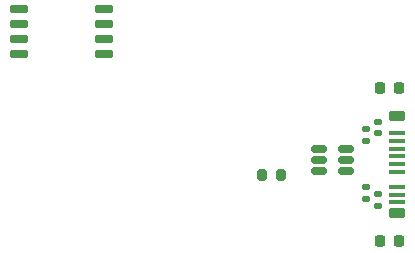
<source format=gbp>
%TF.GenerationSoftware,KiCad,Pcbnew,8.0.7*%
%TF.CreationDate,2025-01-01T14:13:32-08:00*%
%TF.ProjectId,pizero-papoe,70697a65-726f-42d7-9061-706f652e6b69,R1*%
%TF.SameCoordinates,PX652f520PY4a19ba0*%
%TF.FileFunction,Paste,Bot*%
%TF.FilePolarity,Positive*%
%FSLAX46Y46*%
G04 Gerber Fmt 4.6, Leading zero omitted, Abs format (unit mm)*
G04 Created by KiCad (PCBNEW 8.0.7) date 2025-01-01 14:13:32*
%MOMM*%
%LPD*%
G01*
G04 APERTURE LIST*
G04 Aperture macros list*
%AMRoundRect*
0 Rectangle with rounded corners*
0 $1 Rounding radius*
0 $2 $3 $4 $5 $6 $7 $8 $9 X,Y pos of 4 corners*
0 Add a 4 corners polygon primitive as box body*
4,1,4,$2,$3,$4,$5,$6,$7,$8,$9,$2,$3,0*
0 Add four circle primitives for the rounded corners*
1,1,$1+$1,$2,$3*
1,1,$1+$1,$4,$5*
1,1,$1+$1,$6,$7*
1,1,$1+$1,$8,$9*
0 Add four rect primitives between the rounded corners*
20,1,$1+$1,$2,$3,$4,$5,0*
20,1,$1+$1,$4,$5,$6,$7,0*
20,1,$1+$1,$6,$7,$8,$9,0*
20,1,$1+$1,$8,$9,$2,$3,0*%
G04 Aperture macros list end*
%ADD10RoundRect,0.225000X0.225000X0.250000X-0.225000X0.250000X-0.225000X-0.250000X0.225000X-0.250000X0*%
%ADD11RoundRect,0.147500X-0.172500X0.147500X-0.172500X-0.147500X0.172500X-0.147500X0.172500X0.147500X0*%
%ADD12RoundRect,0.150000X-0.650000X-0.150000X0.650000X-0.150000X0.650000X0.150000X-0.650000X0.150000X0*%
%ADD13RoundRect,0.147500X0.172500X-0.147500X0.172500X0.147500X-0.172500X0.147500X-0.172500X-0.147500X0*%
%ADD14RoundRect,0.095000X-0.575000X0.095000X-0.575000X-0.095000X0.575000X-0.095000X0.575000X0.095000X0*%
%ADD15RoundRect,0.095000X-0.575000X0.305000X-0.575000X-0.305000X0.575000X-0.305000X0.575000X0.305000X0*%
%ADD16RoundRect,0.150000X0.512500X0.150000X-0.512500X0.150000X-0.512500X-0.150000X0.512500X-0.150000X0*%
%ADD17RoundRect,0.200000X0.200000X0.275000X-0.200000X0.275000X-0.200000X-0.275000X0.200000X-0.275000X0*%
G04 APERTURE END LIST*
D10*
%TO.C,C19*%
X62025000Y-21500000D03*
X60475000Y-21500000D03*
%TD*%
D11*
%TO.C,D6*%
X60250000Y-17515000D03*
X60250000Y-18485000D03*
%TD*%
D12*
%TO.C,U3*%
X29900000Y-5655000D03*
X29900000Y-4385000D03*
X29900000Y-3115000D03*
X29900000Y-1845000D03*
X37100000Y-1845000D03*
X37100000Y-3115000D03*
X37100000Y-4385000D03*
X37100000Y-5655000D03*
%TD*%
D11*
%TO.C,D7*%
X59250000Y-16915000D03*
X59250000Y-17885000D03*
%TD*%
D13*
%TO.C,D9*%
X60250000Y-12335000D03*
X60250000Y-11365000D03*
%TD*%
D10*
%TO.C,C22*%
X62025000Y-8500000D03*
X60475000Y-8500000D03*
%TD*%
D14*
%TO.C,P1*%
X61890000Y-18190000D03*
X61890000Y-17540000D03*
X61890000Y-16890000D03*
X61890000Y-15590000D03*
X61890000Y-14940000D03*
X61890000Y-14290000D03*
X61890000Y-13640000D03*
X61890000Y-12340000D03*
X61890000Y-12990000D03*
D15*
X61890000Y-10900000D03*
X61890000Y-19100000D03*
%TD*%
D13*
%TO.C,D8*%
X59250000Y-12985000D03*
X59250000Y-12015000D03*
%TD*%
D16*
%TO.C,U4*%
X57587500Y-13650000D03*
X57587500Y-14600000D03*
X57587500Y-15550000D03*
X55312500Y-15550000D03*
X55312500Y-14600000D03*
X55312500Y-13650000D03*
%TD*%
D17*
%TO.C,R6*%
X52075000Y-15850000D03*
X50425000Y-15850000D03*
%TD*%
M02*

</source>
